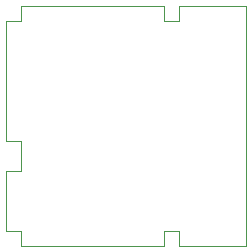
<source format=gbr>
%TF.GenerationSoftware,KiCad,Pcbnew,(5.1.9)-1*%
%TF.CreationDate,2021-05-27T15:02:39+02:00*%
%TF.ProjectId,15_XCAN,31355f58-4341-44e2-9e6b-696361645f70,rev?*%
%TF.SameCoordinates,Original*%
%TF.FileFunction,Paste,Bot*%
%TF.FilePolarity,Positive*%
%FSLAX46Y46*%
G04 Gerber Fmt 4.6, Leading zero omitted, Abs format (unit mm)*
G04 Created by KiCad (PCBNEW (5.1.9)-1) date 2021-05-27 15:02:39*
%MOMM*%
%LPD*%
G01*
G04 APERTURE LIST*
%TA.AperFunction,Profile*%
%ADD10C,0.050000*%
%TD*%
G04 APERTURE END LIST*
D10*
X114935000Y-60960000D02*
X120650000Y-60960000D01*
X114935000Y-62230000D02*
X114935000Y-60960000D01*
X113665000Y-62230000D02*
X114935000Y-62230000D01*
X113665000Y-60960000D02*
X113665000Y-62230000D01*
X114935000Y-81280000D02*
X120650000Y-81280000D01*
X114935000Y-80010000D02*
X114935000Y-81280000D01*
X113665000Y-80010000D02*
X114935000Y-80010000D01*
X113665000Y-81280000D02*
X113665000Y-80010000D01*
X101600000Y-62230000D02*
X101600000Y-60960000D01*
X100330000Y-62230000D02*
X101600000Y-62230000D01*
X100330000Y-64770000D02*
X100330000Y-62230000D01*
X100330000Y-72390000D02*
X100330000Y-67310000D01*
X101600000Y-72390000D02*
X100330000Y-72390000D01*
X101600000Y-74930000D02*
X101600000Y-72390000D01*
X100330000Y-74930000D02*
X101600000Y-74930000D01*
X120650000Y-60960000D02*
X120650000Y-81280000D01*
X101600000Y-60960000D02*
X113665000Y-60960000D01*
X101600000Y-80010000D02*
X101600000Y-81280000D01*
X100330000Y-80010000D02*
X101600000Y-80010000D01*
X100330000Y-64770000D02*
X100330000Y-67310000D01*
X113665000Y-81280000D02*
X101600000Y-81280000D01*
X100330000Y-80010000D02*
X100330000Y-74930000D01*
M02*

</source>
